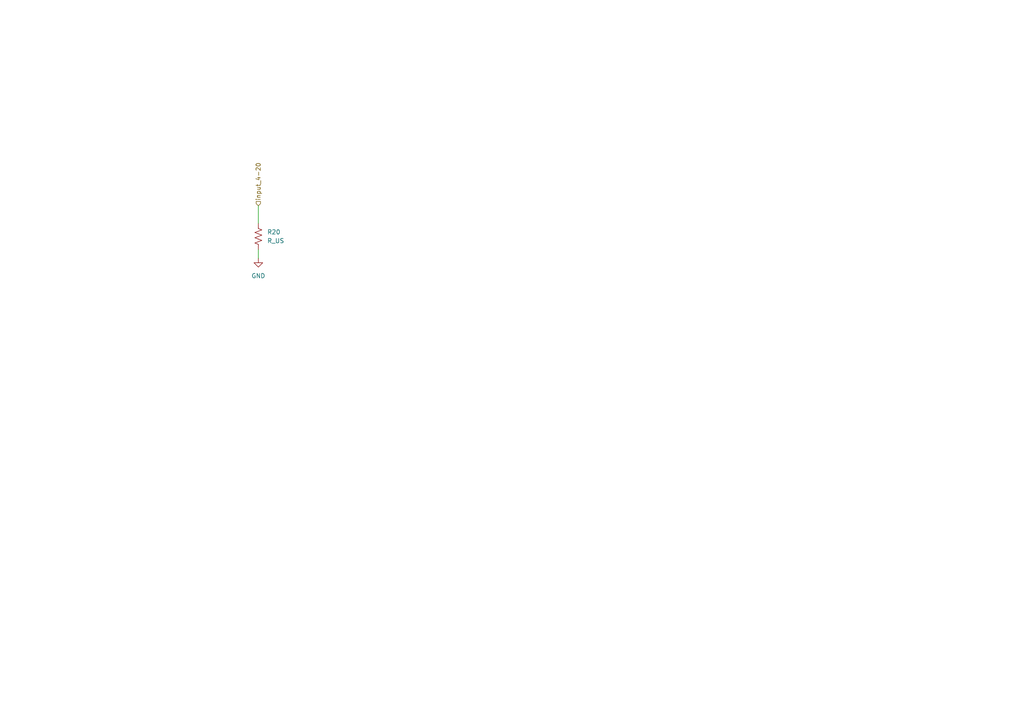
<source format=kicad_sch>
(kicad_sch
	(version 20250114)
	(generator "eeschema")
	(generator_version "9.0")
	(uuid "629403a6-62a0-43a5-aad1-7d69287fdc36")
	(paper "A4")
	(lib_symbols
		(symbol "Device:R_US"
			(pin_numbers
				(hide yes)
			)
			(pin_names
				(offset 0)
			)
			(exclude_from_sim no)
			(in_bom yes)
			(on_board yes)
			(property "Reference" "R"
				(at 2.54 0 90)
				(effects
					(font
						(size 1.27 1.27)
					)
				)
			)
			(property "Value" "R_US"
				(at -2.54 0 90)
				(effects
					(font
						(size 1.27 1.27)
					)
				)
			)
			(property "Footprint" ""
				(at 1.016 -0.254 90)
				(effects
					(font
						(size 1.27 1.27)
					)
					(hide yes)
				)
			)
			(property "Datasheet" "~"
				(at 0 0 0)
				(effects
					(font
						(size 1.27 1.27)
					)
					(hide yes)
				)
			)
			(property "Description" "Resistor, US symbol"
				(at 0 0 0)
				(effects
					(font
						(size 1.27 1.27)
					)
					(hide yes)
				)
			)
			(property "ki_keywords" "R res resistor"
				(at 0 0 0)
				(effects
					(font
						(size 1.27 1.27)
					)
					(hide yes)
				)
			)
			(property "ki_fp_filters" "R_*"
				(at 0 0 0)
				(effects
					(font
						(size 1.27 1.27)
					)
					(hide yes)
				)
			)
			(symbol "R_US_0_1"
				(polyline
					(pts
						(xy 0 2.286) (xy 0 2.54)
					)
					(stroke
						(width 0)
						(type default)
					)
					(fill
						(type none)
					)
				)
				(polyline
					(pts
						(xy 0 2.286) (xy 1.016 1.905) (xy 0 1.524) (xy -1.016 1.143) (xy 0 0.762)
					)
					(stroke
						(width 0)
						(type default)
					)
					(fill
						(type none)
					)
				)
				(polyline
					(pts
						(xy 0 0.762) (xy 1.016 0.381) (xy 0 0) (xy -1.016 -0.381) (xy 0 -0.762)
					)
					(stroke
						(width 0)
						(type default)
					)
					(fill
						(type none)
					)
				)
				(polyline
					(pts
						(xy 0 -0.762) (xy 1.016 -1.143) (xy 0 -1.524) (xy -1.016 -1.905) (xy 0 -2.286)
					)
					(stroke
						(width 0)
						(type default)
					)
					(fill
						(type none)
					)
				)
				(polyline
					(pts
						(xy 0 -2.286) (xy 0 -2.54)
					)
					(stroke
						(width 0)
						(type default)
					)
					(fill
						(type none)
					)
				)
			)
			(symbol "R_US_1_1"
				(pin passive line
					(at 0 3.81 270)
					(length 1.27)
					(name "~"
						(effects
							(font
								(size 1.27 1.27)
							)
						)
					)
					(number "1"
						(effects
							(font
								(size 1.27 1.27)
							)
						)
					)
				)
				(pin passive line
					(at 0 -3.81 90)
					(length 1.27)
					(name "~"
						(effects
							(font
								(size 1.27 1.27)
							)
						)
					)
					(number "2"
						(effects
							(font
								(size 1.27 1.27)
							)
						)
					)
				)
			)
			(embedded_fonts no)
		)
		(symbol "power:GND"
			(power)
			(pin_numbers
				(hide yes)
			)
			(pin_names
				(offset 0)
				(hide yes)
			)
			(exclude_from_sim no)
			(in_bom yes)
			(on_board yes)
			(property "Reference" "#PWR"
				(at 0 -6.35 0)
				(effects
					(font
						(size 1.27 1.27)
					)
					(hide yes)
				)
			)
			(property "Value" "GND"
				(at 0 -3.81 0)
				(effects
					(font
						(size 1.27 1.27)
					)
				)
			)
			(property "Footprint" ""
				(at 0 0 0)
				(effects
					(font
						(size 1.27 1.27)
					)
					(hide yes)
				)
			)
			(property "Datasheet" ""
				(at 0 0 0)
				(effects
					(font
						(size 1.27 1.27)
					)
					(hide yes)
				)
			)
			(property "Description" "Power symbol creates a global label with name \"GND\" , ground"
				(at 0 0 0)
				(effects
					(font
						(size 1.27 1.27)
					)
					(hide yes)
				)
			)
			(property "ki_keywords" "global power"
				(at 0 0 0)
				(effects
					(font
						(size 1.27 1.27)
					)
					(hide yes)
				)
			)
			(symbol "GND_0_1"
				(polyline
					(pts
						(xy 0 0) (xy 0 -1.27) (xy 1.27 -1.27) (xy 0 -2.54) (xy -1.27 -1.27) (xy 0 -1.27)
					)
					(stroke
						(width 0)
						(type default)
					)
					(fill
						(type none)
					)
				)
			)
			(symbol "GND_1_1"
				(pin power_in line
					(at 0 0 270)
					(length 0)
					(name "~"
						(effects
							(font
								(size 1.27 1.27)
							)
						)
					)
					(number "1"
						(effects
							(font
								(size 1.27 1.27)
							)
						)
					)
				)
			)
			(embedded_fonts no)
		)
	)
	(wire
		(pts
			(xy 74.93 59.69) (xy 74.93 64.77)
		)
		(stroke
			(width 0)
			(type default)
		)
		(uuid "85ed2bea-c886-42e2-ac62-d80ca8140c63")
	)
	(wire
		(pts
			(xy 74.93 72.39) (xy 74.93 74.93)
		)
		(stroke
			(width 0)
			(type default)
		)
		(uuid "e686c97e-3c40-408d-9a03-f2ed3de1b6a4")
	)
	(hierarchical_label "input_4-20"
		(shape input)
		(at 74.93 59.69 90)
		(effects
			(font
				(size 1.27 1.27)
			)
			(justify left)
		)
		(uuid "f5dd15cf-7416-4388-b18d-ce2acd21dd25")
	)
	(symbol
		(lib_id "power:GND")
		(at 74.93 74.93 0)
		(unit 1)
		(exclude_from_sim no)
		(in_bom yes)
		(on_board yes)
		(dnp no)
		(fields_autoplaced yes)
		(uuid "47ee3ddd-7797-428c-a496-ab72566fca2c")
		(property "Reference" "#PWR047"
			(at 74.93 81.28 0)
			(effects
				(font
					(size 1.27 1.27)
				)
				(hide yes)
			)
		)
		(property "Value" "GND"
			(at 74.93 80.01 0)
			(effects
				(font
					(size 1.27 1.27)
				)
			)
		)
		(property "Footprint" ""
			(at 74.93 74.93 0)
			(effects
				(font
					(size 1.27 1.27)
				)
				(hide yes)
			)
		)
		(property "Datasheet" ""
			(at 74.93 74.93 0)
			(effects
				(font
					(size 1.27 1.27)
				)
				(hide yes)
			)
		)
		(property "Description" "Power symbol creates a global label with name \"GND\" , ground"
			(at 74.93 74.93 0)
			(effects
				(font
					(size 1.27 1.27)
				)
				(hide yes)
			)
		)
		(pin "1"
			(uuid "5a525e7e-a201-4fce-a3a5-3b3e95f8b0ea")
		)
		(instances
			(project "ZorionX-Nivara"
				(path "/ae5c9891-8291-492e-8a61-8ac340267b67/d47eca49-96e4-4138-8979-47bb60019f67/8ab61b39-1f58-4da1-b5b2-1eed8c60a553"
					(reference "#PWR047")
					(unit 1)
				)
			)
		)
	)
	(symbol
		(lib_id "Device:R_US")
		(at 74.93 68.58 0)
		(unit 1)
		(exclude_from_sim no)
		(in_bom yes)
		(on_board yes)
		(dnp no)
		(fields_autoplaced yes)
		(uuid "7999bfeb-bf26-4d8a-958e-7de8208177e8")
		(property "Reference" "R20"
			(at 77.47 67.3099 0)
			(effects
				(font
					(size 1.27 1.27)
				)
				(justify left)
			)
		)
		(property "Value" "R_US"
			(at 77.47 69.8499 0)
			(effects
				(font
					(size 1.27 1.27)
				)
				(justify left)
			)
		)
		(property "Footprint" "Resistor_SMD:R_0603_1608Metric"
			(at 75.946 68.834 90)
			(effects
				(font
					(size 1.27 1.27)
				)
				(hide yes)
			)
		)
		(property "Datasheet" "~"
			(at 74.93 68.58 0)
			(effects
				(font
					(size 1.27 1.27)
				)
				(hide yes)
			)
		)
		(property "Description" "Resistor, US symbol"
			(at 74.93 68.58 0)
			(effects
				(font
					(size 1.27 1.27)
				)
				(hide yes)
			)
		)
		(pin "1"
			(uuid "9008269e-d710-462b-be24-b751dd3a2691")
		)
		(pin "2"
			(uuid "1618cb8d-13d3-42fe-a638-ee21411466b5")
		)
		(instances
			(project "ZorionX-Nivara"
				(path "/ae5c9891-8291-492e-8a61-8ac340267b67/d47eca49-96e4-4138-8979-47bb60019f67/8ab61b39-1f58-4da1-b5b2-1eed8c60a553"
					(reference "R20")
					(unit 1)
				)
			)
		)
	)
)

</source>
